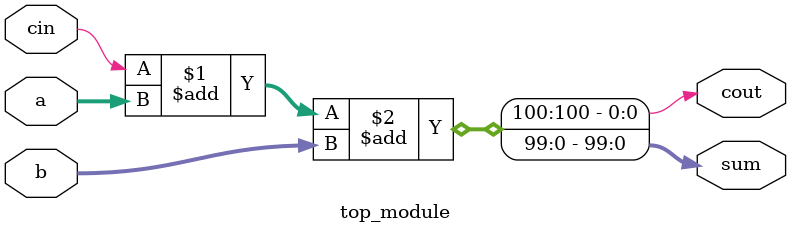
<source format=v>
module top_module( 
    input [99:0] a, b,
    input cin,
    output cout,
    output [99:0] sum );
    assign {cout,sum}=cin+a+b;

endmodule

</source>
